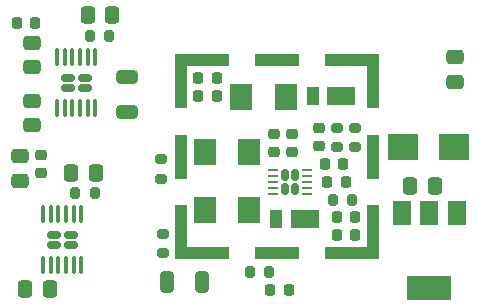
<source format=gbr>
G04 #@! TF.GenerationSoftware,KiCad,Pcbnew,(6.0.9-0)*
G04 #@! TF.CreationDate,2023-07-05T23:25:05+02:00*
G04 #@! TF.ProjectId,dcdc_7909,64636463-5f37-4393-9039-2e6b69636164,2.0*
G04 #@! TF.SameCoordinates,Original*
G04 #@! TF.FileFunction,Paste,Top*
G04 #@! TF.FilePolarity,Positive*
%FSLAX46Y46*%
G04 Gerber Fmt 4.6, Leading zero omitted, Abs format (unit mm)*
G04 Created by KiCad (PCBNEW (6.0.9-0)) date 2023-07-05 23:25:05*
%MOMM*%
%LPD*%
G01*
G04 APERTURE LIST*
G04 Aperture macros list*
%AMRoundRect*
0 Rectangle with rounded corners*
0 $1 Rounding radius*
0 $2 $3 $4 $5 $6 $7 $8 $9 X,Y pos of 4 corners*
0 Add a 4 corners polygon primitive as box body*
4,1,4,$2,$3,$4,$5,$6,$7,$8,$9,$2,$3,0*
0 Add four circle primitives for the rounded corners*
1,1,$1+$1,$2,$3*
1,1,$1+$1,$4,$5*
1,1,$1+$1,$6,$7*
1,1,$1+$1,$8,$9*
0 Add four rect primitives between the rounded corners*
20,1,$1+$1,$2,$3,$4,$5,0*
20,1,$1+$1,$4,$5,$6,$7,0*
20,1,$1+$1,$6,$7,$8,$9,0*
20,1,$1+$1,$8,$9,$2,$3,0*%
G04 Aperture macros list end*
%ADD10RoundRect,0.250000X-0.325000X-0.650000X0.325000X-0.650000X0.325000X0.650000X-0.325000X0.650000X0*%
%ADD11RoundRect,0.250000X0.650000X-0.325000X0.650000X0.325000X-0.650000X0.325000X-0.650000X-0.325000X0*%
%ADD12RoundRect,0.225000X0.250000X-0.225000X0.250000X0.225000X-0.250000X0.225000X-0.250000X-0.225000X0*%
%ADD13RoundRect,0.225000X0.225000X0.250000X-0.225000X0.250000X-0.225000X-0.250000X0.225000X-0.250000X0*%
%ADD14RoundRect,0.167500X0.407500X-0.167500X0.407500X0.167500X-0.407500X0.167500X-0.407500X-0.167500X0*%
%ADD15RoundRect,0.100000X0.100000X-0.625000X0.100000X0.625000X-0.100000X0.625000X-0.100000X-0.625000X0*%
%ADD16RoundRect,0.200000X-0.200000X-0.275000X0.200000X-0.275000X0.200000X0.275000X-0.200000X0.275000X0*%
%ADD17RoundRect,0.200000X0.275000X-0.200000X0.275000X0.200000X-0.275000X0.200000X-0.275000X-0.200000X0*%
%ADD18RoundRect,0.250000X0.337500X0.475000X-0.337500X0.475000X-0.337500X-0.475000X0.337500X-0.475000X0*%
%ADD19RoundRect,0.250000X0.475000X-0.337500X0.475000X0.337500X-0.475000X0.337500X-0.475000X-0.337500X0*%
%ADD20RoundRect,0.250000X-0.337500X-0.475000X0.337500X-0.475000X0.337500X0.475000X-0.337500X0.475000X0*%
%ADD21RoundRect,0.250000X-0.475000X0.337500X-0.475000X-0.337500X0.475000X-0.337500X0.475000X0.337500X0*%
%ADD22RoundRect,0.200000X-0.275000X0.200000X-0.275000X-0.200000X0.275000X-0.200000X0.275000X0.200000X0*%
%ADD23R,2.400000X1.500000*%
%ADD24R,1.050000X1.500000*%
%ADD25RoundRect,0.167500X0.167500X0.312500X-0.167500X0.312500X-0.167500X-0.312500X0.167500X-0.312500X0*%
%ADD26RoundRect,0.062500X0.362500X0.062500X-0.362500X0.062500X-0.362500X-0.062500X0.362500X-0.062500X0*%
%ADD27R,1.854500X2.286000*%
%ADD28R,2.500000X2.300000*%
%ADD29R,1.500000X2.000000*%
%ADD30R,3.800000X2.000000*%
%ADD31RoundRect,0.225000X-0.225000X-0.250000X0.225000X-0.250000X0.225000X0.250000X-0.225000X0.250000X0*%
%ADD32R,3.550000X1.000000*%
%ADD33R,1.000000X3.550000*%
%ADD34R,1.000000X1.000000*%
%ADD35R,3.800000X1.000000*%
%ADD36R,1.000000X3.800000*%
%ADD37RoundRect,0.225000X-0.250000X0.225000X-0.250000X-0.225000X0.250000X-0.225000X0.250000X0.225000X0*%
G04 APERTURE END LIST*
D10*
X92710000Y-77978000D03*
X95660000Y-77978000D03*
D11*
X89281000Y-60579000D03*
X89281000Y-63529000D03*
D12*
X82042000Y-68733000D03*
X82042000Y-67183000D03*
D13*
X81547000Y-56001500D03*
X79997000Y-56001500D03*
D14*
X83131000Y-73956000D03*
X84551000Y-73956000D03*
X83131000Y-74776000D03*
X84551000Y-74776000D03*
D15*
X82216000Y-76516000D03*
X82866000Y-76516000D03*
X83516000Y-76516000D03*
X84166000Y-76516000D03*
X84816000Y-76516000D03*
X85466000Y-76516000D03*
X85466000Y-72216000D03*
X84816000Y-72216000D03*
X84166000Y-72216000D03*
X83516000Y-72216000D03*
X82866000Y-72216000D03*
X82216000Y-72216000D03*
D16*
X84935000Y-70429000D03*
X86585000Y-70429000D03*
X86170000Y-57144500D03*
X87820000Y-57144500D03*
D17*
X92329000Y-75501000D03*
X92329000Y-73851000D03*
D14*
X85736500Y-60671500D03*
X84316500Y-61491500D03*
X84316500Y-60671500D03*
X85736500Y-61491500D03*
D15*
X83401500Y-63231500D03*
X84051500Y-63231500D03*
X84701500Y-63231500D03*
X85351500Y-63231500D03*
X86001500Y-63231500D03*
X86651500Y-63231500D03*
X86651500Y-58931500D03*
X86001500Y-58931500D03*
X85351500Y-58931500D03*
X84701500Y-58931500D03*
X84051500Y-58931500D03*
X83401500Y-58931500D03*
D18*
X82774700Y-78536800D03*
X80699700Y-78536800D03*
D19*
X81280000Y-64686000D03*
X81280000Y-62611000D03*
D20*
X85979000Y-55366500D03*
X88054000Y-55366500D03*
D19*
X80263000Y-69385000D03*
X80263000Y-67310000D03*
D21*
X81280000Y-57667500D03*
X81280000Y-59742500D03*
D20*
X84618000Y-68707000D03*
X86693000Y-68707000D03*
D22*
X92202000Y-67564000D03*
X92202000Y-69214000D03*
D23*
X107416750Y-62230000D03*
D24*
X105041750Y-62230000D03*
D25*
X102714000Y-70064000D03*
X102714000Y-68874000D03*
X103534000Y-70064000D03*
X103534000Y-68874000D03*
D26*
X104574000Y-70469000D03*
X104574000Y-69969000D03*
X104574000Y-69469000D03*
X104574000Y-68969000D03*
X104574000Y-68469000D03*
X101674000Y-68469000D03*
X101674000Y-68969000D03*
X101674000Y-69469000D03*
X101674000Y-69969000D03*
X101674000Y-70469000D03*
D27*
X95897750Y-71882000D03*
X99682250Y-71882000D03*
D12*
X103251000Y-66942000D03*
X103251000Y-65392000D03*
D27*
X95897750Y-66929000D03*
X99682250Y-66929000D03*
D28*
X116967000Y-66548000D03*
X112667000Y-66548000D03*
D12*
X101727000Y-66955000D03*
X101727000Y-65405000D03*
D29*
X117221000Y-72139500D03*
X114921000Y-72139500D03*
X112621000Y-72139500D03*
D30*
X114921000Y-78439500D03*
D17*
X107061000Y-66547000D03*
X107061000Y-64897000D03*
D27*
X102743000Y-62255400D03*
X98958500Y-62255400D03*
D31*
X106045000Y-67945000D03*
X107595000Y-67945000D03*
X107061000Y-73964800D03*
X108611000Y-73964800D03*
D32*
X107889000Y-59182000D03*
D33*
X110164000Y-73207000D03*
D32*
X96139000Y-59182000D03*
D34*
X93864000Y-75482000D03*
D33*
X93864000Y-73207000D03*
D34*
X110164000Y-75482000D03*
D35*
X102014000Y-59182000D03*
D34*
X110164000Y-59182000D03*
D33*
X110164000Y-61457000D03*
D32*
X107889000Y-75482000D03*
X96139000Y-75482000D03*
D36*
X110164000Y-67332000D03*
X93864000Y-67332000D03*
D33*
X93864000Y-61457000D03*
D35*
X102014000Y-75482000D03*
D34*
X93864000Y-59182000D03*
D31*
X101447000Y-78626000D03*
X102997000Y-78626000D03*
D13*
X107836000Y-69469000D03*
X106286000Y-69469000D03*
D37*
X105537000Y-64897000D03*
X105537000Y-66447000D03*
D16*
X99695000Y-77089000D03*
X101345000Y-77089000D03*
D31*
X107061000Y-72466200D03*
X108611000Y-72466200D03*
D23*
X104355000Y-72644000D03*
D24*
X101980000Y-72644000D03*
D13*
X96914000Y-60706000D03*
X95364000Y-60706000D03*
D16*
X106744000Y-70993000D03*
X108394000Y-70993000D03*
D20*
X113284000Y-69850000D03*
X115359000Y-69850000D03*
D17*
X108585000Y-66547000D03*
X108585000Y-64897000D03*
D19*
X117094000Y-60981500D03*
X117094000Y-58906500D03*
D13*
X96914000Y-62230000D03*
X95364000Y-62230000D03*
M02*

</source>
